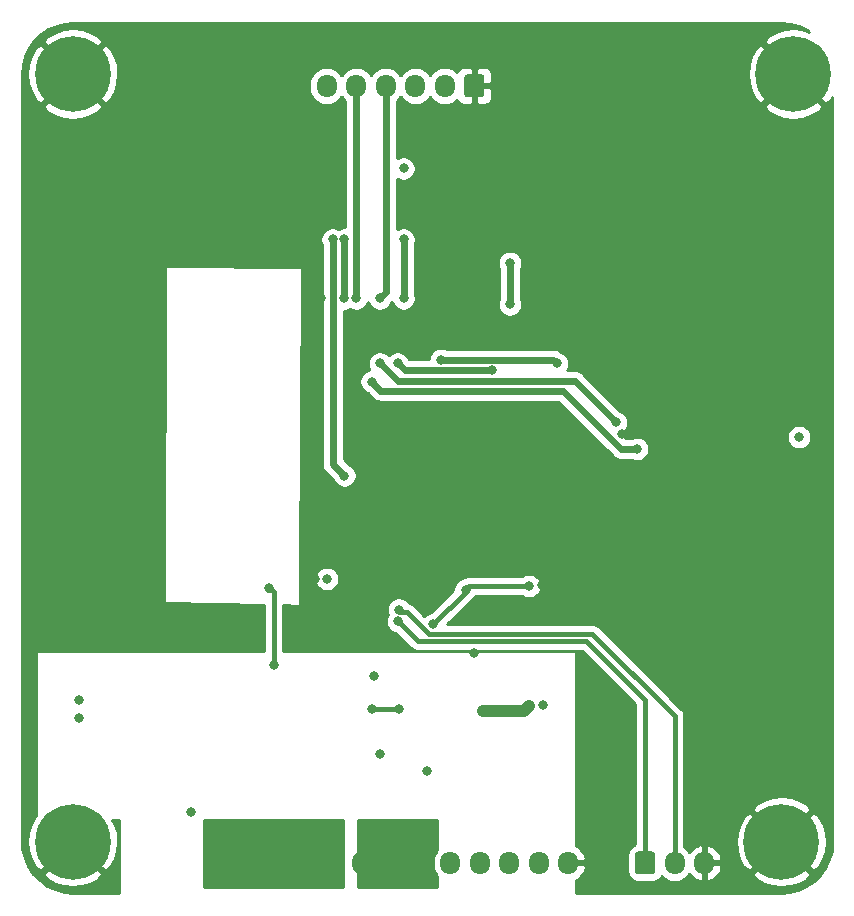
<source format=gbl>
%TF.GenerationSoftware,KiCad,Pcbnew,5.1.10*%
%TF.CreationDate,2021-07-08T07:49:19-06:00*%
%TF.ProjectId,miata-underglow,6d696174-612d-4756-9e64-6572676c6f77,rev?*%
%TF.SameCoordinates,Original*%
%TF.FileFunction,Copper,L4,Bot*%
%TF.FilePolarity,Positive*%
%FSLAX46Y46*%
G04 Gerber Fmt 4.6, Leading zero omitted, Abs format (unit mm)*
G04 Created by KiCad (PCBNEW 5.1.10) date 2021-07-08 07:49:19*
%MOMM*%
%LPD*%
G01*
G04 APERTURE LIST*
%TA.AperFunction,ComponentPad*%
%ADD10C,0.800000*%
%TD*%
%TA.AperFunction,ComponentPad*%
%ADD11C,6.400000*%
%TD*%
%TA.AperFunction,ComponentPad*%
%ADD12O,1.700000X1.950000*%
%TD*%
%TA.AperFunction,ViaPad*%
%ADD13C,0.800000*%
%TD*%
%TA.AperFunction,Conductor*%
%ADD14C,0.400000*%
%TD*%
%TA.AperFunction,Conductor*%
%ADD15C,1.000000*%
%TD*%
%TA.AperFunction,Conductor*%
%ADD16C,0.600000*%
%TD*%
%TA.AperFunction,Conductor*%
%ADD17C,0.254000*%
%TD*%
%TA.AperFunction,Conductor*%
%ADD18C,0.100000*%
%TD*%
G04 APERTURE END LIST*
D10*
X86697056Y-88302944D03*
X85000000Y-87600000D03*
X83302944Y-88302944D03*
X82600000Y-90000000D03*
X83302944Y-91697056D03*
X85000000Y-92400000D03*
X86697056Y-91697056D03*
X87400000Y-90000000D03*
D11*
X85000000Y-90000000D03*
D10*
X26697056Y-88302944D03*
X25000000Y-87600000D03*
X23302944Y-88302944D03*
X22600000Y-90000000D03*
X23302944Y-91697056D03*
X25000000Y-92400000D03*
X26697056Y-91697056D03*
X27400000Y-90000000D03*
D11*
X25000000Y-90000000D03*
D10*
X87697056Y-23302944D03*
X86000000Y-22600000D03*
X84302944Y-23302944D03*
X83600000Y-25000000D03*
X84302944Y-26697056D03*
X86000000Y-27400000D03*
X87697056Y-26697056D03*
X88400000Y-25000000D03*
D11*
X86000000Y-25000000D03*
D10*
X26697056Y-23302944D03*
X25000000Y-22600000D03*
X23302944Y-23302944D03*
X22600000Y-25000000D03*
X23302944Y-26697056D03*
X25000000Y-27400000D03*
X26697056Y-26697056D03*
X27400000Y-25000000D03*
D11*
X25000000Y-25000000D03*
%TA.AperFunction,ComponentPad*%
G36*
G01*
X59850000Y-25275000D02*
X59850000Y-26725000D01*
G75*
G02*
X59600000Y-26975000I-250000J0D01*
G01*
X58400000Y-26975000D01*
G75*
G02*
X58150000Y-26725000I0J250000D01*
G01*
X58150000Y-25275000D01*
G75*
G02*
X58400000Y-25025000I250000J0D01*
G01*
X59600000Y-25025000D01*
G75*
G02*
X59850000Y-25275000I0J-250000D01*
G01*
G37*
%TD.AperFunction*%
D12*
X56500000Y-26000000D03*
X54000000Y-26000000D03*
X51500000Y-26000000D03*
X49000000Y-26000000D03*
X46500000Y-26000000D03*
%TA.AperFunction,ComponentPad*%
G36*
G01*
X38600000Y-92525000D02*
X38600000Y-91075000D01*
G75*
G02*
X38850000Y-90825000I250000J0D01*
G01*
X40050000Y-90825000D01*
G75*
G02*
X40300000Y-91075000I0J-250000D01*
G01*
X40300000Y-92525000D01*
G75*
G02*
X40050000Y-92775000I-250000J0D01*
G01*
X38850000Y-92775000D01*
G75*
G02*
X38600000Y-92525000I0J250000D01*
G01*
G37*
%TD.AperFunction*%
X41950000Y-91800000D03*
X44450000Y-91800000D03*
X46950000Y-91800000D03*
X49450000Y-91800000D03*
X51950000Y-91800000D03*
X54450000Y-91800000D03*
X56950000Y-91800000D03*
X59450000Y-91800000D03*
X61950000Y-91800000D03*
X64450000Y-91800000D03*
X66950000Y-91800000D03*
%TA.AperFunction,ComponentPad*%
G36*
G01*
X72600000Y-92525000D02*
X72600000Y-91075000D01*
G75*
G02*
X72850000Y-90825000I250000J0D01*
G01*
X74050000Y-90825000D01*
G75*
G02*
X74300000Y-91075000I0J-250000D01*
G01*
X74300000Y-92525000D01*
G75*
G02*
X74050000Y-92775000I-250000J0D01*
G01*
X72850000Y-92775000D01*
G75*
G02*
X72600000Y-92525000I0J250000D01*
G01*
G37*
%TD.AperFunction*%
X75950000Y-91800000D03*
X78450000Y-91800000D03*
D13*
X50900000Y-68850000D03*
X54500000Y-69550000D03*
X64800000Y-78450000D03*
X45500000Y-67750000D03*
X50500000Y-76000000D03*
X46000000Y-44000000D03*
X59000000Y-74000000D03*
X64750000Y-68250000D03*
X35000000Y-87500000D03*
X55000000Y-84000000D03*
X71500000Y-55500000D03*
X81000000Y-48500000D03*
X85500000Y-48500000D03*
X85500000Y-62000000D03*
X81000000Y-61750000D03*
X86500000Y-57750000D03*
X52000000Y-90000000D03*
X54500000Y-90000000D03*
X25000000Y-30000000D03*
X30000000Y-30000000D03*
X35000000Y-30000000D03*
X40000000Y-30000000D03*
X40000000Y-35000000D03*
X35000000Y-35000000D03*
X30000000Y-35000000D03*
X25000000Y-35000000D03*
X25000000Y-40000000D03*
X30000000Y-40000000D03*
X35000000Y-40000000D03*
X40000000Y-40000000D03*
X30000000Y-45000000D03*
X25000000Y-45000000D03*
X25000000Y-50000000D03*
X30000000Y-50000000D03*
X30000000Y-55000000D03*
X25000000Y-55000000D03*
X30000000Y-60000000D03*
X25000000Y-60000000D03*
X25000000Y-65000000D03*
X30000000Y-65000000D03*
X30000000Y-69500000D03*
X25000000Y-69500000D03*
X30000000Y-25000000D03*
X35000000Y-25000000D03*
X40000000Y-25000000D03*
X65000000Y-25000000D03*
X65000000Y-30000000D03*
X65000000Y-35000000D03*
X65000000Y-40500000D03*
X70000000Y-45000000D03*
X70000000Y-40500000D03*
X70000000Y-35000000D03*
X70000000Y-30000000D03*
X70000000Y-25000000D03*
X75000000Y-25000000D03*
X75000000Y-30000000D03*
X75000000Y-35000000D03*
X75000000Y-40000000D03*
X75000000Y-45000000D03*
X80000000Y-45000000D03*
X80000000Y-40000000D03*
X80000000Y-35000000D03*
X80000000Y-30000000D03*
X85500000Y-30000000D03*
X85500000Y-35000000D03*
X85500000Y-40000000D03*
X85500000Y-45000000D03*
X85000000Y-65000000D03*
X80000000Y-65000000D03*
X75000000Y-65000000D03*
X75000000Y-70000000D03*
X80000000Y-70000000D03*
X85000000Y-70000000D03*
X85000000Y-75000000D03*
X85000000Y-80000000D03*
X80000000Y-80000000D03*
X85000000Y-85000000D03*
X80000000Y-75000000D03*
X75000000Y-75000000D03*
X42000000Y-90000000D03*
X44500000Y-90000000D03*
X47000000Y-90000000D03*
X55500000Y-71600000D03*
X58250000Y-68650000D03*
X63625000Y-68350000D03*
X53000000Y-33000000D03*
X46500000Y-67750000D03*
X51000000Y-82600002D03*
X25500000Y-78000000D03*
X25500000Y-79500000D03*
X86500000Y-55750000D03*
X63625000Y-78500000D03*
X59700000Y-78950000D03*
X53000000Y-44000000D03*
X53000000Y-39000000D03*
X48000000Y-44000000D03*
X48000000Y-39000000D03*
X56193186Y-49193186D03*
X66000000Y-49500000D03*
X41650000Y-68550000D03*
X71000000Y-54500000D03*
X51000000Y-49500000D03*
X42000000Y-75000000D03*
X50300000Y-51050000D03*
X72750000Y-56750000D03*
X52500000Y-49500000D03*
X60500000Y-50093186D03*
X51000000Y-44000000D03*
X49000000Y-44000000D03*
X52550000Y-71350000D03*
X52600000Y-70350000D03*
X50350000Y-78800000D03*
X52600000Y-78800000D03*
X47000000Y-39000000D03*
X48000000Y-59000000D03*
X62000000Y-41000000D03*
X62000000Y-44500000D03*
D14*
X53800000Y-68850000D02*
X54500000Y-69550000D01*
X50900000Y-68850000D02*
X53800000Y-68850000D01*
X58250000Y-68850000D02*
X58250000Y-68650000D01*
X55500000Y-71600000D02*
X58250000Y-68850000D01*
X58550000Y-68350000D02*
X58250000Y-68650000D01*
X63625000Y-68350000D02*
X58550000Y-68350000D01*
D15*
X63175000Y-78950000D02*
X63625000Y-78500000D01*
X59700000Y-78950000D02*
X63175000Y-78950000D01*
D16*
X53000000Y-44000000D02*
X53000000Y-39000000D01*
X48000000Y-44000000D02*
X48000000Y-39000000D01*
X65693186Y-49193186D02*
X66000000Y-49500000D01*
X56193186Y-49193186D02*
X65693186Y-49193186D01*
D14*
X41500000Y-68700000D02*
X41650000Y-68550000D01*
D16*
X71000000Y-54500000D02*
X67500000Y-51000000D01*
X52500000Y-51000000D02*
X51000000Y-49500000D01*
X67500000Y-51000000D02*
X52500000Y-51000000D01*
D14*
X42000000Y-68900000D02*
X41650000Y-68550000D01*
X42000000Y-75000000D02*
X42000000Y-68900000D01*
D16*
X50300000Y-51050000D02*
X51050010Y-51800010D01*
X71417998Y-56750000D02*
X72750000Y-56750000D01*
X66468008Y-51800010D02*
X71417998Y-56750000D01*
X51050010Y-51800010D02*
X66468008Y-51800010D01*
X53093186Y-50093186D02*
X60500000Y-50093186D01*
X52500000Y-49500000D02*
X53093186Y-50093186D01*
X51500000Y-43500000D02*
X51500000Y-26000000D01*
X51000000Y-44000000D02*
X51500000Y-43500000D01*
X49000000Y-44000000D02*
X49000000Y-26000000D01*
D14*
X73450000Y-78000000D02*
X73450000Y-91800000D01*
X54200011Y-73000011D02*
X68450011Y-73000011D01*
X68450011Y-73000011D02*
X73450000Y-78000000D01*
X52550000Y-71350000D02*
X54200011Y-73000011D01*
X55115999Y-72400001D02*
X68999999Y-72400001D01*
X53265997Y-70549999D02*
X55115999Y-72400001D01*
X52600000Y-70400000D02*
X52749999Y-70549999D01*
X52749999Y-70549999D02*
X53265997Y-70549999D01*
X52600000Y-70350000D02*
X52600000Y-70400000D01*
X75950000Y-91800000D02*
X75950000Y-79350002D01*
X75950000Y-79350002D02*
X75824999Y-79225001D01*
X68999999Y-72400001D02*
X75824999Y-79225001D01*
X50350000Y-78800000D02*
X52600000Y-78800000D01*
D16*
X47000000Y-58000000D02*
X48000000Y-59000000D01*
X47000000Y-39000000D02*
X47000000Y-58000000D01*
X62000000Y-41000000D02*
X62000000Y-44500000D01*
D17*
X47873000Y-93873000D02*
X36127000Y-93873000D01*
X36127000Y-88127000D01*
X47873000Y-88127000D01*
X47873000Y-93873000D01*
%TA.AperFunction,Conductor*%
D18*
G36*
X47873000Y-93873000D02*
G01*
X36127000Y-93873000D01*
X36127000Y-88127000D01*
X47873000Y-88127000D01*
X47873000Y-93873000D01*
G37*
%TD.AperFunction*%
D17*
X55873000Y-90646510D02*
X55709294Y-90845987D01*
X55571401Y-91103967D01*
X55486487Y-91383890D01*
X55465000Y-91602051D01*
X55465000Y-91997950D01*
X55486487Y-92216111D01*
X55571401Y-92496034D01*
X55709294Y-92754014D01*
X55873000Y-92953490D01*
X55873000Y-93873000D01*
X49127000Y-93873000D01*
X49127000Y-88127000D01*
X55873000Y-88127000D01*
X55873000Y-90646510D01*
%TA.AperFunction,Conductor*%
D18*
G36*
X55873000Y-90646510D02*
G01*
X55709294Y-90845987D01*
X55571401Y-91103967D01*
X55486487Y-91383890D01*
X55465000Y-91602051D01*
X55465000Y-91997950D01*
X55486487Y-92216111D01*
X55571401Y-92496034D01*
X55709294Y-92754014D01*
X55873000Y-92953490D01*
X55873000Y-93873000D01*
X49127000Y-93873000D01*
X49127000Y-88127000D01*
X55873000Y-88127000D01*
X55873000Y-90646510D01*
G37*
%TD.AperFunction*%
D17*
X85763637Y-20755875D02*
X86503140Y-20958180D01*
X87195128Y-21288242D01*
X87359745Y-21406531D01*
X86775615Y-21225306D01*
X86024305Y-21146520D01*
X85272062Y-21215822D01*
X84547792Y-21430548D01*
X83879330Y-21782445D01*
X83838912Y-21809452D01*
X83478724Y-22299119D01*
X86000000Y-24820395D01*
X86014143Y-24806253D01*
X86193748Y-24985858D01*
X86179605Y-25000000D01*
X88700881Y-27521276D01*
X89190548Y-27161088D01*
X89315000Y-26931745D01*
X89315001Y-89969484D01*
X89244125Y-90763637D01*
X89041820Y-91503140D01*
X88711758Y-92195128D01*
X88264371Y-92817733D01*
X87713808Y-93351266D01*
X87077456Y-93778876D01*
X86375437Y-94087042D01*
X85624681Y-94267282D01*
X84974888Y-94315000D01*
X67627000Y-94315000D01*
X67627000Y-93240964D01*
X67821193Y-93127496D01*
X68039049Y-92934429D01*
X68215053Y-92702570D01*
X68342442Y-92440830D01*
X68416320Y-92159267D01*
X68276165Y-91927000D01*
X67627000Y-91927000D01*
X67627000Y-91673000D01*
X68276165Y-91673000D01*
X68416320Y-91440733D01*
X68342442Y-91159170D01*
X68215053Y-90897430D01*
X68039049Y-90665571D01*
X67821193Y-90472504D01*
X67627000Y-90359036D01*
X67627000Y-74000000D01*
X67624560Y-73975224D01*
X67617333Y-73951399D01*
X67605597Y-73929443D01*
X67589803Y-73910197D01*
X67570557Y-73894403D01*
X67548601Y-73882667D01*
X67524776Y-73875440D01*
X67500000Y-73873000D01*
X42835000Y-73873000D01*
X42835000Y-71248061D01*
X51515000Y-71248061D01*
X51515000Y-71451939D01*
X51554774Y-71651898D01*
X51632795Y-71840256D01*
X51746063Y-72009774D01*
X51890226Y-72153937D01*
X52059744Y-72267205D01*
X52248102Y-72345226D01*
X52393225Y-72374093D01*
X53580574Y-73561443D01*
X53606720Y-73593302D01*
X53638579Y-73619448D01*
X53638581Y-73619450D01*
X53733865Y-73697647D01*
X53878924Y-73775183D01*
X54036322Y-73822929D01*
X54200011Y-73839051D01*
X54241029Y-73835011D01*
X68104144Y-73835011D01*
X72615000Y-78345868D01*
X72615001Y-90222722D01*
X72510150Y-90254528D01*
X72356614Y-90336595D01*
X72222038Y-90447038D01*
X72111595Y-90581614D01*
X72029528Y-90735150D01*
X71978992Y-90901746D01*
X71961928Y-91075000D01*
X71961928Y-92525000D01*
X71978992Y-92698254D01*
X72029528Y-92864850D01*
X72111595Y-93018386D01*
X72222038Y-93152962D01*
X72356614Y-93263405D01*
X72510150Y-93345472D01*
X72676746Y-93396008D01*
X72850000Y-93413072D01*
X74050000Y-93413072D01*
X74223254Y-93396008D01*
X74389850Y-93345472D01*
X74543386Y-93263405D01*
X74677962Y-93152962D01*
X74788405Y-93018386D01*
X74842777Y-92916663D01*
X74894866Y-92980134D01*
X75120987Y-93165706D01*
X75378967Y-93303599D01*
X75658890Y-93388513D01*
X75950000Y-93417185D01*
X76241111Y-93388513D01*
X76521034Y-93303599D01*
X76779014Y-93165706D01*
X77005134Y-92980134D01*
X77190706Y-92754014D01*
X77204462Y-92728278D01*
X77360951Y-92934429D01*
X77578807Y-93127496D01*
X77830142Y-93274352D01*
X78093110Y-93366476D01*
X78323000Y-93245155D01*
X78323000Y-91927000D01*
X78577000Y-91927000D01*
X78577000Y-93245155D01*
X78806890Y-93366476D01*
X79069858Y-93274352D01*
X79321193Y-93127496D01*
X79539049Y-92934429D01*
X79715053Y-92702570D01*
X79715875Y-92700881D01*
X82478724Y-92700881D01*
X82838912Y-93190548D01*
X83502882Y-93550849D01*
X84224385Y-93774694D01*
X84975695Y-93853480D01*
X85727938Y-93784178D01*
X86452208Y-93569452D01*
X87120670Y-93217555D01*
X87161088Y-93190548D01*
X87521276Y-92700881D01*
X85000000Y-90179605D01*
X82478724Y-92700881D01*
X79715875Y-92700881D01*
X79842442Y-92440830D01*
X79916320Y-92159267D01*
X79776165Y-91927000D01*
X78577000Y-91927000D01*
X78323000Y-91927000D01*
X78303000Y-91927000D01*
X78303000Y-91673000D01*
X78323000Y-91673000D01*
X78323000Y-90354845D01*
X78577000Y-90354845D01*
X78577000Y-91673000D01*
X79776165Y-91673000D01*
X79916320Y-91440733D01*
X79842442Y-91159170D01*
X79715053Y-90897430D01*
X79539049Y-90665571D01*
X79321193Y-90472504D01*
X79069858Y-90325648D01*
X78806890Y-90233524D01*
X78577000Y-90354845D01*
X78323000Y-90354845D01*
X78093110Y-90233524D01*
X77830142Y-90325648D01*
X77578807Y-90472504D01*
X77360951Y-90665571D01*
X77204462Y-90871722D01*
X77190706Y-90845986D01*
X77005134Y-90619866D01*
X76785000Y-90439207D01*
X76785000Y-89975695D01*
X81146520Y-89975695D01*
X81215822Y-90727938D01*
X81430548Y-91452208D01*
X81782445Y-92120670D01*
X81809452Y-92161088D01*
X82299119Y-92521276D01*
X84820395Y-90000000D01*
X85179605Y-90000000D01*
X87700881Y-92521276D01*
X88190548Y-92161088D01*
X88550849Y-91497118D01*
X88774694Y-90775615D01*
X88853480Y-90024305D01*
X88784178Y-89272062D01*
X88569452Y-88547792D01*
X88217555Y-87879330D01*
X88190548Y-87838912D01*
X87700881Y-87478724D01*
X85179605Y-90000000D01*
X84820395Y-90000000D01*
X82299119Y-87478724D01*
X81809452Y-87838912D01*
X81449151Y-88502882D01*
X81225306Y-89224385D01*
X81146520Y-89975695D01*
X76785000Y-89975695D01*
X76785000Y-87299119D01*
X82478724Y-87299119D01*
X85000000Y-89820395D01*
X87521276Y-87299119D01*
X87161088Y-86809452D01*
X86497118Y-86449151D01*
X85775615Y-86225306D01*
X85024305Y-86146520D01*
X84272062Y-86215822D01*
X83547792Y-86430548D01*
X82879330Y-86782445D01*
X82838912Y-86809452D01*
X82478724Y-87299119D01*
X76785000Y-87299119D01*
X76785000Y-79391020D01*
X76789040Y-79350001D01*
X76772918Y-79186314D01*
X76772918Y-79186313D01*
X76725172Y-79028915D01*
X76647636Y-78883856D01*
X76543291Y-78756711D01*
X76511421Y-78730556D01*
X76444447Y-78663582D01*
X76444438Y-78663571D01*
X69619445Y-71838580D01*
X69593290Y-71806710D01*
X69466145Y-71702365D01*
X69321086Y-71624829D01*
X69163688Y-71577083D01*
X69041018Y-71565001D01*
X69041017Y-71565001D01*
X68999999Y-71560961D01*
X68958981Y-71565001D01*
X56715866Y-71565001D01*
X58694859Y-69586009D01*
X58740256Y-69567205D01*
X58909774Y-69453937D01*
X59053937Y-69309774D01*
X59137308Y-69185000D01*
X63011715Y-69185000D01*
X63134744Y-69267205D01*
X63323102Y-69345226D01*
X63523061Y-69385000D01*
X63726939Y-69385000D01*
X63926898Y-69345226D01*
X64115256Y-69267205D01*
X64284774Y-69153937D01*
X64428937Y-69009774D01*
X64542205Y-68840256D01*
X64620226Y-68651898D01*
X64660000Y-68451939D01*
X64660000Y-68248061D01*
X64620226Y-68048102D01*
X64542205Y-67859744D01*
X64428937Y-67690226D01*
X64284774Y-67546063D01*
X64115256Y-67432795D01*
X63926898Y-67354774D01*
X63726939Y-67315000D01*
X63523061Y-67315000D01*
X63323102Y-67354774D01*
X63134744Y-67432795D01*
X63011715Y-67515000D01*
X58591018Y-67515000D01*
X58549999Y-67510960D01*
X58508981Y-67515000D01*
X58386311Y-67527082D01*
X58228913Y-67574828D01*
X58153757Y-67615000D01*
X58148061Y-67615000D01*
X57948102Y-67654774D01*
X57759744Y-67732795D01*
X57590226Y-67846063D01*
X57446063Y-67990226D01*
X57332795Y-68159744D01*
X57254774Y-68348102D01*
X57215000Y-68548061D01*
X57215000Y-68704132D01*
X55343225Y-70575907D01*
X55198102Y-70604774D01*
X55009744Y-70682795D01*
X54840226Y-70796063D01*
X54766577Y-70869712D01*
X53885443Y-69988578D01*
X53859288Y-69956708D01*
X53732143Y-69852363D01*
X53587084Y-69774827D01*
X53429686Y-69727081D01*
X53428484Y-69726963D01*
X53403937Y-69690226D01*
X53259774Y-69546063D01*
X53090256Y-69432795D01*
X52901898Y-69354774D01*
X52701939Y-69315000D01*
X52498061Y-69315000D01*
X52298102Y-69354774D01*
X52109744Y-69432795D01*
X51940226Y-69546063D01*
X51796063Y-69690226D01*
X51682795Y-69859744D01*
X51604774Y-70048102D01*
X51565000Y-70248061D01*
X51565000Y-70451939D01*
X51604774Y-70651898D01*
X51668644Y-70806092D01*
X51632795Y-70859744D01*
X51554774Y-71048102D01*
X51515000Y-71248061D01*
X42835000Y-71248061D01*
X42835000Y-69979009D01*
X44100382Y-70007129D01*
X44127322Y-70004849D01*
X44151184Y-69997748D01*
X44173203Y-69986128D01*
X44192531Y-69970436D01*
X44208427Y-69951274D01*
X44220278Y-69929380D01*
X44227631Y-69905594D01*
X44230202Y-69880831D01*
X44241994Y-67648061D01*
X45465000Y-67648061D01*
X45465000Y-67851939D01*
X45504774Y-68051898D01*
X45582795Y-68240256D01*
X45696063Y-68409774D01*
X45840226Y-68553937D01*
X46009744Y-68667205D01*
X46198102Y-68745226D01*
X46398061Y-68785000D01*
X46601939Y-68785000D01*
X46801898Y-68745226D01*
X46990256Y-68667205D01*
X47159774Y-68553937D01*
X47303937Y-68409774D01*
X47417205Y-68240256D01*
X47495226Y-68051898D01*
X47535000Y-67851939D01*
X47535000Y-67648061D01*
X47495226Y-67448102D01*
X47417205Y-67259744D01*
X47303937Y-67090226D01*
X47159774Y-66946063D01*
X46990256Y-66832795D01*
X46801898Y-66754774D01*
X46601939Y-66715000D01*
X46398061Y-66715000D01*
X46198102Y-66754774D01*
X46009744Y-66832795D01*
X45840226Y-66946063D01*
X45696063Y-67090226D01*
X45582795Y-67259744D01*
X45504774Y-67448102D01*
X45465000Y-67648061D01*
X44241994Y-67648061D01*
X44380202Y-41480831D01*
X44377979Y-41456492D01*
X44370964Y-41432604D01*
X44359424Y-41410544D01*
X44343801Y-41391159D01*
X44324697Y-41375195D01*
X44302846Y-41363264D01*
X44279087Y-41355825D01*
X44254333Y-41353165D01*
X33071574Y-41253763D01*
X33008874Y-41159713D01*
X32993165Y-41140516D01*
X32973947Y-41124688D01*
X32952011Y-41112913D01*
X32928200Y-41105644D01*
X32903428Y-41103160D01*
X32878647Y-41105557D01*
X32854810Y-41112742D01*
X32832833Y-41124439D01*
X32813560Y-41140199D01*
X32797732Y-41159417D01*
X32785957Y-41181353D01*
X32778688Y-41205164D01*
X32776204Y-41229936D01*
X32726204Y-69629936D01*
X32728125Y-69652163D01*
X32734821Y-69676142D01*
X32746066Y-69698354D01*
X32761428Y-69717945D01*
X32780318Y-69734163D01*
X32802008Y-69746384D01*
X32825666Y-69754139D01*
X32850382Y-69757129D01*
X41165001Y-69941898D01*
X41165000Y-73873000D01*
X22000000Y-73873000D01*
X21975224Y-73875440D01*
X21951399Y-73882667D01*
X21929443Y-73894403D01*
X21910197Y-73910197D01*
X21894403Y-73929443D01*
X21882667Y-73951399D01*
X21875440Y-73975224D01*
X21873000Y-74000000D01*
X21873000Y-87792168D01*
X21809452Y-87838912D01*
X21449151Y-88502882D01*
X21225306Y-89224385D01*
X21146520Y-89975695D01*
X21215822Y-90727938D01*
X21430548Y-91452208D01*
X21782445Y-92120670D01*
X21809452Y-92161088D01*
X22299119Y-92521276D01*
X24820395Y-90000000D01*
X24806253Y-89985858D01*
X24985858Y-89806253D01*
X25000000Y-89820395D01*
X25014143Y-89806253D01*
X25193748Y-89985858D01*
X25179605Y-90000000D01*
X27700881Y-92521276D01*
X28190548Y-92161088D01*
X28550849Y-91497118D01*
X28774694Y-90775615D01*
X28853480Y-90024305D01*
X28784178Y-89272062D01*
X28569452Y-88547792D01*
X28347935Y-88127000D01*
X28873000Y-88127000D01*
X28873000Y-94315000D01*
X25030505Y-94315000D01*
X24236363Y-94244125D01*
X23496860Y-94041820D01*
X22804872Y-93711758D01*
X22182267Y-93264371D01*
X21648734Y-92713808D01*
X21640048Y-92700881D01*
X22478724Y-92700881D01*
X22838912Y-93190548D01*
X23502882Y-93550849D01*
X24224385Y-93774694D01*
X24975695Y-93853480D01*
X25727938Y-93784178D01*
X26452208Y-93569452D01*
X27120670Y-93217555D01*
X27161088Y-93190548D01*
X27521276Y-92700881D01*
X25000000Y-90179605D01*
X22478724Y-92700881D01*
X21640048Y-92700881D01*
X21221124Y-92077456D01*
X20912958Y-91375437D01*
X20732718Y-90624681D01*
X20685000Y-89974888D01*
X20685000Y-27700881D01*
X22478724Y-27700881D01*
X22838912Y-28190548D01*
X23502882Y-28550849D01*
X24224385Y-28774694D01*
X24975695Y-28853480D01*
X25727938Y-28784178D01*
X26452208Y-28569452D01*
X27120670Y-28217555D01*
X27161088Y-28190548D01*
X27521276Y-27700881D01*
X25000000Y-25179605D01*
X22478724Y-27700881D01*
X20685000Y-27700881D01*
X20685000Y-25030506D01*
X20689891Y-24975695D01*
X21146520Y-24975695D01*
X21215822Y-25727938D01*
X21430548Y-26452208D01*
X21782445Y-27120670D01*
X21809452Y-27161088D01*
X22299119Y-27521276D01*
X24820395Y-25000000D01*
X25179605Y-25000000D01*
X27700881Y-27521276D01*
X28190548Y-27161088D01*
X28550849Y-26497118D01*
X28766492Y-25802050D01*
X45015000Y-25802050D01*
X45015000Y-26197949D01*
X45036487Y-26416110D01*
X45121401Y-26696033D01*
X45259294Y-26954013D01*
X45444866Y-27180134D01*
X45670986Y-27365706D01*
X45928966Y-27503599D01*
X46208889Y-27588513D01*
X46500000Y-27617185D01*
X46791110Y-27588513D01*
X47071033Y-27503599D01*
X47329013Y-27365706D01*
X47555134Y-27180134D01*
X47740706Y-26954014D01*
X47750000Y-26936626D01*
X47759294Y-26954013D01*
X47944866Y-27180134D01*
X48065001Y-27278726D01*
X48065000Y-37965000D01*
X47898061Y-37965000D01*
X47698102Y-38004774D01*
X47509744Y-38082795D01*
X47500000Y-38089306D01*
X47490256Y-38082795D01*
X47301898Y-38004774D01*
X47101939Y-37965000D01*
X46898061Y-37965000D01*
X46698102Y-38004774D01*
X46509744Y-38082795D01*
X46340226Y-38196063D01*
X46196063Y-38340226D01*
X46082795Y-38509744D01*
X46004774Y-38698102D01*
X45965000Y-38898061D01*
X45965000Y-39101939D01*
X46004774Y-39301898D01*
X46065000Y-39447295D01*
X46065001Y-57954058D01*
X46060476Y-58000000D01*
X46078529Y-58183291D01*
X46126135Y-58340226D01*
X46131994Y-58359540D01*
X46218815Y-58521972D01*
X46335657Y-58664344D01*
X46371336Y-58693625D01*
X47022569Y-59344858D01*
X47082795Y-59490256D01*
X47196063Y-59659774D01*
X47340226Y-59803937D01*
X47509744Y-59917205D01*
X47698102Y-59995226D01*
X47898061Y-60035000D01*
X48101939Y-60035000D01*
X48301898Y-59995226D01*
X48490256Y-59917205D01*
X48659774Y-59803937D01*
X48803937Y-59659774D01*
X48917205Y-59490256D01*
X48995226Y-59301898D01*
X49035000Y-59101939D01*
X49035000Y-58898061D01*
X48995226Y-58698102D01*
X48917205Y-58509744D01*
X48803937Y-58340226D01*
X48659774Y-58196063D01*
X48490256Y-58082795D01*
X48344858Y-58022569D01*
X47935000Y-57612711D01*
X47935000Y-50948061D01*
X49265000Y-50948061D01*
X49265000Y-51151939D01*
X49304774Y-51351898D01*
X49382795Y-51540256D01*
X49496063Y-51709774D01*
X49640226Y-51853937D01*
X49809744Y-51967205D01*
X49955142Y-52027431D01*
X50356384Y-52428674D01*
X50385666Y-52464354D01*
X50528038Y-52581196D01*
X50690470Y-52668017D01*
X50813253Y-52705263D01*
X50866717Y-52721481D01*
X51050009Y-52739534D01*
X51095941Y-52735010D01*
X66080719Y-52735010D01*
X70724373Y-57378664D01*
X70753654Y-57414344D01*
X70896026Y-57531186D01*
X71058458Y-57618007D01*
X71220643Y-57667205D01*
X71234706Y-57671471D01*
X71417998Y-57689524D01*
X71463930Y-57685000D01*
X72302705Y-57685000D01*
X72448102Y-57745226D01*
X72648061Y-57785000D01*
X72851939Y-57785000D01*
X73051898Y-57745226D01*
X73240256Y-57667205D01*
X73409774Y-57553937D01*
X73553937Y-57409774D01*
X73667205Y-57240256D01*
X73745226Y-57051898D01*
X73785000Y-56851939D01*
X73785000Y-56648061D01*
X73745226Y-56448102D01*
X73667205Y-56259744D01*
X73553937Y-56090226D01*
X73409774Y-55946063D01*
X73240256Y-55832795D01*
X73051898Y-55754774D01*
X72851939Y-55715000D01*
X72648061Y-55715000D01*
X72448102Y-55754774D01*
X72302705Y-55815000D01*
X71805288Y-55815000D01*
X71638349Y-55648061D01*
X85465000Y-55648061D01*
X85465000Y-55851939D01*
X85504774Y-56051898D01*
X85582795Y-56240256D01*
X85696063Y-56409774D01*
X85840226Y-56553937D01*
X86009744Y-56667205D01*
X86198102Y-56745226D01*
X86398061Y-56785000D01*
X86601939Y-56785000D01*
X86801898Y-56745226D01*
X86990256Y-56667205D01*
X87159774Y-56553937D01*
X87303937Y-56409774D01*
X87417205Y-56240256D01*
X87495226Y-56051898D01*
X87535000Y-55851939D01*
X87535000Y-55648061D01*
X87495226Y-55448102D01*
X87417205Y-55259744D01*
X87303937Y-55090226D01*
X87159774Y-54946063D01*
X86990256Y-54832795D01*
X86801898Y-54754774D01*
X86601939Y-54715000D01*
X86398061Y-54715000D01*
X86198102Y-54754774D01*
X86009744Y-54832795D01*
X85840226Y-54946063D01*
X85696063Y-55090226D01*
X85582795Y-55259744D01*
X85504774Y-55448102D01*
X85465000Y-55648061D01*
X71638349Y-55648061D01*
X71431734Y-55441446D01*
X71490256Y-55417205D01*
X71659774Y-55303937D01*
X71803937Y-55159774D01*
X71917205Y-54990256D01*
X71995226Y-54801898D01*
X72035000Y-54601939D01*
X72035000Y-54398061D01*
X71995226Y-54198102D01*
X71917205Y-54009744D01*
X71803937Y-53840226D01*
X71659774Y-53696063D01*
X71490256Y-53582795D01*
X71344859Y-53522569D01*
X68193630Y-50371341D01*
X68164344Y-50335656D01*
X68021972Y-50218814D01*
X67859540Y-50131993D01*
X67683292Y-50078529D01*
X67545932Y-50065000D01*
X67500000Y-50060476D01*
X67454068Y-50065000D01*
X66867263Y-50065000D01*
X66917205Y-49990256D01*
X66995226Y-49801898D01*
X67035000Y-49601939D01*
X67035000Y-49398061D01*
X66995226Y-49198102D01*
X66917205Y-49009744D01*
X66803937Y-48840226D01*
X66659774Y-48696063D01*
X66490256Y-48582795D01*
X66355010Y-48526774D01*
X66215158Y-48412000D01*
X66052726Y-48325179D01*
X65876478Y-48271715D01*
X65739118Y-48258186D01*
X65693186Y-48253662D01*
X65647254Y-48258186D01*
X56640481Y-48258186D01*
X56495084Y-48197960D01*
X56295125Y-48158186D01*
X56091247Y-48158186D01*
X55891288Y-48197960D01*
X55702930Y-48275981D01*
X55533412Y-48389249D01*
X55389249Y-48533412D01*
X55275981Y-48702930D01*
X55197960Y-48891288D01*
X55158186Y-49091247D01*
X55158186Y-49158186D01*
X53480474Y-49158186D01*
X53477432Y-49155143D01*
X53417205Y-49009744D01*
X53303937Y-48840226D01*
X53159774Y-48696063D01*
X52990256Y-48582795D01*
X52801898Y-48504774D01*
X52601939Y-48465000D01*
X52398061Y-48465000D01*
X52198102Y-48504774D01*
X52009744Y-48582795D01*
X51840226Y-48696063D01*
X51750000Y-48786289D01*
X51659774Y-48696063D01*
X51490256Y-48582795D01*
X51301898Y-48504774D01*
X51101939Y-48465000D01*
X50898061Y-48465000D01*
X50698102Y-48504774D01*
X50509744Y-48582795D01*
X50340226Y-48696063D01*
X50196063Y-48840226D01*
X50082795Y-49009744D01*
X50004774Y-49198102D01*
X49965000Y-49398061D01*
X49965000Y-49601939D01*
X50004774Y-49801898D01*
X50082795Y-49990256D01*
X50110911Y-50032335D01*
X49998102Y-50054774D01*
X49809744Y-50132795D01*
X49640226Y-50246063D01*
X49496063Y-50390226D01*
X49382795Y-50559744D01*
X49304774Y-50748102D01*
X49265000Y-50948061D01*
X47935000Y-50948061D01*
X47935000Y-45035000D01*
X48101939Y-45035000D01*
X48301898Y-44995226D01*
X48490256Y-44917205D01*
X48500000Y-44910694D01*
X48509744Y-44917205D01*
X48698102Y-44995226D01*
X48898061Y-45035000D01*
X49101939Y-45035000D01*
X49301898Y-44995226D01*
X49490256Y-44917205D01*
X49659774Y-44803937D01*
X49803937Y-44659774D01*
X49917205Y-44490256D01*
X49995226Y-44301898D01*
X50000000Y-44277897D01*
X50004774Y-44301898D01*
X50082795Y-44490256D01*
X50196063Y-44659774D01*
X50340226Y-44803937D01*
X50509744Y-44917205D01*
X50698102Y-44995226D01*
X50898061Y-45035000D01*
X51101939Y-45035000D01*
X51301898Y-44995226D01*
X51490256Y-44917205D01*
X51659774Y-44803937D01*
X51803937Y-44659774D01*
X51917205Y-44490256D01*
X51977432Y-44344857D01*
X52009348Y-44312940D01*
X52082795Y-44490256D01*
X52196063Y-44659774D01*
X52340226Y-44803937D01*
X52509744Y-44917205D01*
X52698102Y-44995226D01*
X52898061Y-45035000D01*
X53101939Y-45035000D01*
X53301898Y-44995226D01*
X53490256Y-44917205D01*
X53659774Y-44803937D01*
X53803937Y-44659774D01*
X53917205Y-44490256D01*
X53995226Y-44301898D01*
X54035000Y-44101939D01*
X54035000Y-43898061D01*
X53995226Y-43698102D01*
X53935000Y-43552705D01*
X53935000Y-40898061D01*
X60965000Y-40898061D01*
X60965000Y-41101939D01*
X61004774Y-41301898D01*
X61065000Y-41447296D01*
X61065001Y-44052703D01*
X61004774Y-44198102D01*
X60965000Y-44398061D01*
X60965000Y-44601939D01*
X61004774Y-44801898D01*
X61082795Y-44990256D01*
X61196063Y-45159774D01*
X61340226Y-45303937D01*
X61509744Y-45417205D01*
X61698102Y-45495226D01*
X61898061Y-45535000D01*
X62101939Y-45535000D01*
X62301898Y-45495226D01*
X62490256Y-45417205D01*
X62659774Y-45303937D01*
X62803937Y-45159774D01*
X62917205Y-44990256D01*
X62995226Y-44801898D01*
X63035000Y-44601939D01*
X63035000Y-44398061D01*
X62995226Y-44198102D01*
X62935000Y-44052705D01*
X62935000Y-41447295D01*
X62995226Y-41301898D01*
X63035000Y-41101939D01*
X63035000Y-40898061D01*
X62995226Y-40698102D01*
X62917205Y-40509744D01*
X62803937Y-40340226D01*
X62659774Y-40196063D01*
X62490256Y-40082795D01*
X62301898Y-40004774D01*
X62101939Y-39965000D01*
X61898061Y-39965000D01*
X61698102Y-40004774D01*
X61509744Y-40082795D01*
X61340226Y-40196063D01*
X61196063Y-40340226D01*
X61082795Y-40509744D01*
X61004774Y-40698102D01*
X60965000Y-40898061D01*
X53935000Y-40898061D01*
X53935000Y-39447295D01*
X53995226Y-39301898D01*
X54035000Y-39101939D01*
X54035000Y-38898061D01*
X53995226Y-38698102D01*
X53917205Y-38509744D01*
X53803937Y-38340226D01*
X53659774Y-38196063D01*
X53490256Y-38082795D01*
X53301898Y-38004774D01*
X53101939Y-37965000D01*
X52898061Y-37965000D01*
X52698102Y-38004774D01*
X52509744Y-38082795D01*
X52435000Y-38132737D01*
X52435000Y-33867263D01*
X52509744Y-33917205D01*
X52698102Y-33995226D01*
X52898061Y-34035000D01*
X53101939Y-34035000D01*
X53301898Y-33995226D01*
X53490256Y-33917205D01*
X53659774Y-33803937D01*
X53803937Y-33659774D01*
X53917205Y-33490256D01*
X53995226Y-33301898D01*
X54035000Y-33101939D01*
X54035000Y-32898061D01*
X53995226Y-32698102D01*
X53917205Y-32509744D01*
X53803937Y-32340226D01*
X53659774Y-32196063D01*
X53490256Y-32082795D01*
X53301898Y-32004774D01*
X53101939Y-31965000D01*
X52898061Y-31965000D01*
X52698102Y-32004774D01*
X52509744Y-32082795D01*
X52435000Y-32132737D01*
X52435000Y-27700881D01*
X83478724Y-27700881D01*
X83838912Y-28190548D01*
X84502882Y-28550849D01*
X85224385Y-28774694D01*
X85975695Y-28853480D01*
X86727938Y-28784178D01*
X87452208Y-28569452D01*
X88120670Y-28217555D01*
X88161088Y-28190548D01*
X88521276Y-27700881D01*
X86000000Y-25179605D01*
X83478724Y-27700881D01*
X52435000Y-27700881D01*
X52435000Y-27278725D01*
X52555134Y-27180134D01*
X52740706Y-26954014D01*
X52750000Y-26936626D01*
X52759294Y-26954013D01*
X52944866Y-27180134D01*
X53170986Y-27365706D01*
X53428966Y-27503599D01*
X53708889Y-27588513D01*
X54000000Y-27617185D01*
X54291110Y-27588513D01*
X54571033Y-27503599D01*
X54829013Y-27365706D01*
X55055134Y-27180134D01*
X55240706Y-26954014D01*
X55250000Y-26936626D01*
X55259294Y-26954013D01*
X55444866Y-27180134D01*
X55670986Y-27365706D01*
X55928966Y-27503599D01*
X56208889Y-27588513D01*
X56500000Y-27617185D01*
X56791110Y-27588513D01*
X57071033Y-27503599D01*
X57329013Y-27365706D01*
X57549945Y-27184392D01*
X57560498Y-27219180D01*
X57619463Y-27329494D01*
X57698815Y-27426185D01*
X57795506Y-27505537D01*
X57905820Y-27564502D01*
X58025518Y-27600812D01*
X58150000Y-27613072D01*
X58714250Y-27610000D01*
X58873000Y-27451250D01*
X58873000Y-26127000D01*
X59127000Y-26127000D01*
X59127000Y-27451250D01*
X59285750Y-27610000D01*
X59850000Y-27613072D01*
X59974482Y-27600812D01*
X60094180Y-27564502D01*
X60204494Y-27505537D01*
X60301185Y-27426185D01*
X60380537Y-27329494D01*
X60439502Y-27219180D01*
X60475812Y-27099482D01*
X60488072Y-26975000D01*
X60485000Y-26285750D01*
X60326250Y-26127000D01*
X59127000Y-26127000D01*
X58873000Y-26127000D01*
X58853000Y-26127000D01*
X58853000Y-25873000D01*
X58873000Y-25873000D01*
X58873000Y-24548750D01*
X59127000Y-24548750D01*
X59127000Y-25873000D01*
X60326250Y-25873000D01*
X60485000Y-25714250D01*
X60488072Y-25025000D01*
X60483217Y-24975695D01*
X82146520Y-24975695D01*
X82215822Y-25727938D01*
X82430548Y-26452208D01*
X82782445Y-27120670D01*
X82809452Y-27161088D01*
X83299119Y-27521276D01*
X85820395Y-25000000D01*
X83299119Y-22478724D01*
X82809452Y-22838912D01*
X82449151Y-23502882D01*
X82225306Y-24224385D01*
X82146520Y-24975695D01*
X60483217Y-24975695D01*
X60475812Y-24900518D01*
X60439502Y-24780820D01*
X60380537Y-24670506D01*
X60301185Y-24573815D01*
X60204494Y-24494463D01*
X60094180Y-24435498D01*
X59974482Y-24399188D01*
X59850000Y-24386928D01*
X59285750Y-24390000D01*
X59127000Y-24548750D01*
X58873000Y-24548750D01*
X58714250Y-24390000D01*
X58150000Y-24386928D01*
X58025518Y-24399188D01*
X57905820Y-24435498D01*
X57795506Y-24494463D01*
X57698815Y-24573815D01*
X57619463Y-24670506D01*
X57560498Y-24780820D01*
X57549945Y-24815608D01*
X57329014Y-24634294D01*
X57071034Y-24496401D01*
X56791111Y-24411487D01*
X56500000Y-24382815D01*
X56208890Y-24411487D01*
X55928967Y-24496401D01*
X55670987Y-24634294D01*
X55444866Y-24819866D01*
X55259294Y-25045986D01*
X55250000Y-25063374D01*
X55240706Y-25045986D01*
X55055134Y-24819866D01*
X54829014Y-24634294D01*
X54571034Y-24496401D01*
X54291111Y-24411487D01*
X54000000Y-24382815D01*
X53708890Y-24411487D01*
X53428967Y-24496401D01*
X53170987Y-24634294D01*
X52944866Y-24819866D01*
X52759294Y-25045986D01*
X52750000Y-25063374D01*
X52740706Y-25045986D01*
X52555134Y-24819866D01*
X52329014Y-24634294D01*
X52071034Y-24496401D01*
X51791111Y-24411487D01*
X51500000Y-24382815D01*
X51208890Y-24411487D01*
X50928967Y-24496401D01*
X50670987Y-24634294D01*
X50444866Y-24819866D01*
X50259294Y-25045986D01*
X50250000Y-25063374D01*
X50240706Y-25045986D01*
X50055134Y-24819866D01*
X49829014Y-24634294D01*
X49571034Y-24496401D01*
X49291111Y-24411487D01*
X49000000Y-24382815D01*
X48708890Y-24411487D01*
X48428967Y-24496401D01*
X48170987Y-24634294D01*
X47944866Y-24819866D01*
X47759294Y-25045986D01*
X47750000Y-25063374D01*
X47740706Y-25045986D01*
X47555134Y-24819866D01*
X47329014Y-24634294D01*
X47071034Y-24496401D01*
X46791111Y-24411487D01*
X46500000Y-24382815D01*
X46208890Y-24411487D01*
X45928967Y-24496401D01*
X45670987Y-24634294D01*
X45444866Y-24819866D01*
X45259294Y-25045986D01*
X45121401Y-25303966D01*
X45036487Y-25583889D01*
X45015000Y-25802050D01*
X28766492Y-25802050D01*
X28774694Y-25775615D01*
X28853480Y-25024305D01*
X28784178Y-24272062D01*
X28569452Y-23547792D01*
X28217555Y-22879330D01*
X28190548Y-22838912D01*
X27700881Y-22478724D01*
X25179605Y-25000000D01*
X24820395Y-25000000D01*
X22299119Y-22478724D01*
X21809452Y-22838912D01*
X21449151Y-23502882D01*
X21225306Y-24224385D01*
X21146520Y-24975695D01*
X20689891Y-24975695D01*
X20755875Y-24236363D01*
X20958180Y-23496860D01*
X21288242Y-22804872D01*
X21651662Y-22299119D01*
X22478724Y-22299119D01*
X25000000Y-24820395D01*
X27521276Y-22299119D01*
X27161088Y-21809452D01*
X26497118Y-21449151D01*
X25775615Y-21225306D01*
X25024305Y-21146520D01*
X24272062Y-21215822D01*
X23547792Y-21430548D01*
X22879330Y-21782445D01*
X22838912Y-21809452D01*
X22478724Y-22299119D01*
X21651662Y-22299119D01*
X21735629Y-22182267D01*
X22286195Y-21648732D01*
X22922544Y-21221124D01*
X23624561Y-20912959D01*
X24375320Y-20732717D01*
X25025112Y-20685000D01*
X84969494Y-20685000D01*
X85763637Y-20755875D01*
%TA.AperFunction,Conductor*%
D18*
G36*
X85763637Y-20755875D02*
G01*
X86503140Y-20958180D01*
X87195128Y-21288242D01*
X87359745Y-21406531D01*
X86775615Y-21225306D01*
X86024305Y-21146520D01*
X85272062Y-21215822D01*
X84547792Y-21430548D01*
X83879330Y-21782445D01*
X83838912Y-21809452D01*
X83478724Y-22299119D01*
X86000000Y-24820395D01*
X86014143Y-24806253D01*
X86193748Y-24985858D01*
X86179605Y-25000000D01*
X88700881Y-27521276D01*
X89190548Y-27161088D01*
X89315000Y-26931745D01*
X89315001Y-89969484D01*
X89244125Y-90763637D01*
X89041820Y-91503140D01*
X88711758Y-92195128D01*
X88264371Y-92817733D01*
X87713808Y-93351266D01*
X87077456Y-93778876D01*
X86375437Y-94087042D01*
X85624681Y-94267282D01*
X84974888Y-94315000D01*
X67627000Y-94315000D01*
X67627000Y-93240964D01*
X67821193Y-93127496D01*
X68039049Y-92934429D01*
X68215053Y-92702570D01*
X68342442Y-92440830D01*
X68416320Y-92159267D01*
X68276165Y-91927000D01*
X67627000Y-91927000D01*
X67627000Y-91673000D01*
X68276165Y-91673000D01*
X68416320Y-91440733D01*
X68342442Y-91159170D01*
X68215053Y-90897430D01*
X68039049Y-90665571D01*
X67821193Y-90472504D01*
X67627000Y-90359036D01*
X67627000Y-74000000D01*
X67624560Y-73975224D01*
X67617333Y-73951399D01*
X67605597Y-73929443D01*
X67589803Y-73910197D01*
X67570557Y-73894403D01*
X67548601Y-73882667D01*
X67524776Y-73875440D01*
X67500000Y-73873000D01*
X42835000Y-73873000D01*
X42835000Y-71248061D01*
X51515000Y-71248061D01*
X51515000Y-71451939D01*
X51554774Y-71651898D01*
X51632795Y-71840256D01*
X51746063Y-72009774D01*
X51890226Y-72153937D01*
X52059744Y-72267205D01*
X52248102Y-72345226D01*
X52393225Y-72374093D01*
X53580574Y-73561443D01*
X53606720Y-73593302D01*
X53638579Y-73619448D01*
X53638581Y-73619450D01*
X53733865Y-73697647D01*
X53878924Y-73775183D01*
X54036322Y-73822929D01*
X54200011Y-73839051D01*
X54241029Y-73835011D01*
X68104144Y-73835011D01*
X72615000Y-78345868D01*
X72615001Y-90222722D01*
X72510150Y-90254528D01*
X72356614Y-90336595D01*
X72222038Y-90447038D01*
X72111595Y-90581614D01*
X72029528Y-90735150D01*
X71978992Y-90901746D01*
X71961928Y-91075000D01*
X71961928Y-92525000D01*
X71978992Y-92698254D01*
X72029528Y-92864850D01*
X72111595Y-93018386D01*
X72222038Y-93152962D01*
X72356614Y-93263405D01*
X72510150Y-93345472D01*
X72676746Y-93396008D01*
X72850000Y-93413072D01*
X74050000Y-93413072D01*
X74223254Y-93396008D01*
X74389850Y-93345472D01*
X74543386Y-93263405D01*
X74677962Y-93152962D01*
X74788405Y-93018386D01*
X74842777Y-92916663D01*
X74894866Y-92980134D01*
X75120987Y-93165706D01*
X75378967Y-93303599D01*
X75658890Y-93388513D01*
X75950000Y-93417185D01*
X76241111Y-93388513D01*
X76521034Y-93303599D01*
X76779014Y-93165706D01*
X77005134Y-92980134D01*
X77190706Y-92754014D01*
X77204462Y-92728278D01*
X77360951Y-92934429D01*
X77578807Y-93127496D01*
X77830142Y-93274352D01*
X78093110Y-93366476D01*
X78323000Y-93245155D01*
X78323000Y-91927000D01*
X78577000Y-91927000D01*
X78577000Y-93245155D01*
X78806890Y-93366476D01*
X79069858Y-93274352D01*
X79321193Y-93127496D01*
X79539049Y-92934429D01*
X79715053Y-92702570D01*
X79715875Y-92700881D01*
X82478724Y-92700881D01*
X82838912Y-93190548D01*
X83502882Y-93550849D01*
X84224385Y-93774694D01*
X84975695Y-93853480D01*
X85727938Y-93784178D01*
X86452208Y-93569452D01*
X87120670Y-93217555D01*
X87161088Y-93190548D01*
X87521276Y-92700881D01*
X85000000Y-90179605D01*
X82478724Y-92700881D01*
X79715875Y-92700881D01*
X79842442Y-92440830D01*
X79916320Y-92159267D01*
X79776165Y-91927000D01*
X78577000Y-91927000D01*
X78323000Y-91927000D01*
X78303000Y-91927000D01*
X78303000Y-91673000D01*
X78323000Y-91673000D01*
X78323000Y-90354845D01*
X78577000Y-90354845D01*
X78577000Y-91673000D01*
X79776165Y-91673000D01*
X79916320Y-91440733D01*
X79842442Y-91159170D01*
X79715053Y-90897430D01*
X79539049Y-90665571D01*
X79321193Y-90472504D01*
X79069858Y-90325648D01*
X78806890Y-90233524D01*
X78577000Y-90354845D01*
X78323000Y-90354845D01*
X78093110Y-90233524D01*
X77830142Y-90325648D01*
X77578807Y-90472504D01*
X77360951Y-90665571D01*
X77204462Y-90871722D01*
X77190706Y-90845986D01*
X77005134Y-90619866D01*
X76785000Y-90439207D01*
X76785000Y-89975695D01*
X81146520Y-89975695D01*
X81215822Y-90727938D01*
X81430548Y-91452208D01*
X81782445Y-92120670D01*
X81809452Y-92161088D01*
X82299119Y-92521276D01*
X84820395Y-90000000D01*
X85179605Y-90000000D01*
X87700881Y-92521276D01*
X88190548Y-92161088D01*
X88550849Y-91497118D01*
X88774694Y-90775615D01*
X88853480Y-90024305D01*
X88784178Y-89272062D01*
X88569452Y-88547792D01*
X88217555Y-87879330D01*
X88190548Y-87838912D01*
X87700881Y-87478724D01*
X85179605Y-90000000D01*
X84820395Y-90000000D01*
X82299119Y-87478724D01*
X81809452Y-87838912D01*
X81449151Y-88502882D01*
X81225306Y-89224385D01*
X81146520Y-89975695D01*
X76785000Y-89975695D01*
X76785000Y-87299119D01*
X82478724Y-87299119D01*
X85000000Y-89820395D01*
X87521276Y-87299119D01*
X87161088Y-86809452D01*
X86497118Y-86449151D01*
X85775615Y-86225306D01*
X85024305Y-86146520D01*
X84272062Y-86215822D01*
X83547792Y-86430548D01*
X82879330Y-86782445D01*
X82838912Y-86809452D01*
X82478724Y-87299119D01*
X76785000Y-87299119D01*
X76785000Y-79391020D01*
X76789040Y-79350001D01*
X76772918Y-79186314D01*
X76772918Y-79186313D01*
X76725172Y-79028915D01*
X76647636Y-78883856D01*
X76543291Y-78756711D01*
X76511421Y-78730556D01*
X76444447Y-78663582D01*
X76444438Y-78663571D01*
X69619445Y-71838580D01*
X69593290Y-71806710D01*
X69466145Y-71702365D01*
X69321086Y-71624829D01*
X69163688Y-71577083D01*
X69041018Y-71565001D01*
X69041017Y-71565001D01*
X68999999Y-71560961D01*
X68958981Y-71565001D01*
X56715866Y-71565001D01*
X58694859Y-69586009D01*
X58740256Y-69567205D01*
X58909774Y-69453937D01*
X59053937Y-69309774D01*
X59137308Y-69185000D01*
X63011715Y-69185000D01*
X63134744Y-69267205D01*
X63323102Y-69345226D01*
X63523061Y-69385000D01*
X63726939Y-69385000D01*
X63926898Y-69345226D01*
X64115256Y-69267205D01*
X64284774Y-69153937D01*
X64428937Y-69009774D01*
X64542205Y-68840256D01*
X64620226Y-68651898D01*
X64660000Y-68451939D01*
X64660000Y-68248061D01*
X64620226Y-68048102D01*
X64542205Y-67859744D01*
X64428937Y-67690226D01*
X64284774Y-67546063D01*
X64115256Y-67432795D01*
X63926898Y-67354774D01*
X63726939Y-67315000D01*
X63523061Y-67315000D01*
X63323102Y-67354774D01*
X63134744Y-67432795D01*
X63011715Y-67515000D01*
X58591018Y-67515000D01*
X58549999Y-67510960D01*
X58508981Y-67515000D01*
X58386311Y-67527082D01*
X58228913Y-67574828D01*
X58153757Y-67615000D01*
X58148061Y-67615000D01*
X57948102Y-67654774D01*
X57759744Y-67732795D01*
X57590226Y-67846063D01*
X57446063Y-67990226D01*
X57332795Y-68159744D01*
X57254774Y-68348102D01*
X57215000Y-68548061D01*
X57215000Y-68704132D01*
X55343225Y-70575907D01*
X55198102Y-70604774D01*
X55009744Y-70682795D01*
X54840226Y-70796063D01*
X54766577Y-70869712D01*
X53885443Y-69988578D01*
X53859288Y-69956708D01*
X53732143Y-69852363D01*
X53587084Y-69774827D01*
X53429686Y-69727081D01*
X53428484Y-69726963D01*
X53403937Y-69690226D01*
X53259774Y-69546063D01*
X53090256Y-69432795D01*
X52901898Y-69354774D01*
X52701939Y-69315000D01*
X52498061Y-69315000D01*
X52298102Y-69354774D01*
X52109744Y-69432795D01*
X51940226Y-69546063D01*
X51796063Y-69690226D01*
X51682795Y-69859744D01*
X51604774Y-70048102D01*
X51565000Y-70248061D01*
X51565000Y-70451939D01*
X51604774Y-70651898D01*
X51668644Y-70806092D01*
X51632795Y-70859744D01*
X51554774Y-71048102D01*
X51515000Y-71248061D01*
X42835000Y-71248061D01*
X42835000Y-69979009D01*
X44100382Y-70007129D01*
X44127322Y-70004849D01*
X44151184Y-69997748D01*
X44173203Y-69986128D01*
X44192531Y-69970436D01*
X44208427Y-69951274D01*
X44220278Y-69929380D01*
X44227631Y-69905594D01*
X44230202Y-69880831D01*
X44241994Y-67648061D01*
X45465000Y-67648061D01*
X45465000Y-67851939D01*
X45504774Y-68051898D01*
X45582795Y-68240256D01*
X45696063Y-68409774D01*
X45840226Y-68553937D01*
X46009744Y-68667205D01*
X46198102Y-68745226D01*
X46398061Y-68785000D01*
X46601939Y-68785000D01*
X46801898Y-68745226D01*
X46990256Y-68667205D01*
X47159774Y-68553937D01*
X47303937Y-68409774D01*
X47417205Y-68240256D01*
X47495226Y-68051898D01*
X47535000Y-67851939D01*
X47535000Y-67648061D01*
X47495226Y-67448102D01*
X47417205Y-67259744D01*
X47303937Y-67090226D01*
X47159774Y-66946063D01*
X46990256Y-66832795D01*
X46801898Y-66754774D01*
X46601939Y-66715000D01*
X46398061Y-66715000D01*
X46198102Y-66754774D01*
X46009744Y-66832795D01*
X45840226Y-66946063D01*
X45696063Y-67090226D01*
X45582795Y-67259744D01*
X45504774Y-67448102D01*
X45465000Y-67648061D01*
X44241994Y-67648061D01*
X44380202Y-41480831D01*
X44377979Y-41456492D01*
X44370964Y-41432604D01*
X44359424Y-41410544D01*
X44343801Y-41391159D01*
X44324697Y-41375195D01*
X44302846Y-41363264D01*
X44279087Y-41355825D01*
X44254333Y-41353165D01*
X33071574Y-41253763D01*
X33008874Y-41159713D01*
X32993165Y-41140516D01*
X32973947Y-41124688D01*
X32952011Y-41112913D01*
X32928200Y-41105644D01*
X32903428Y-41103160D01*
X32878647Y-41105557D01*
X32854810Y-41112742D01*
X32832833Y-41124439D01*
X32813560Y-41140199D01*
X32797732Y-41159417D01*
X32785957Y-41181353D01*
X32778688Y-41205164D01*
X32776204Y-41229936D01*
X32726204Y-69629936D01*
X32728125Y-69652163D01*
X32734821Y-69676142D01*
X32746066Y-69698354D01*
X32761428Y-69717945D01*
X32780318Y-69734163D01*
X32802008Y-69746384D01*
X32825666Y-69754139D01*
X32850382Y-69757129D01*
X41165001Y-69941898D01*
X41165000Y-73873000D01*
X22000000Y-73873000D01*
X21975224Y-73875440D01*
X21951399Y-73882667D01*
X21929443Y-73894403D01*
X21910197Y-73910197D01*
X21894403Y-73929443D01*
X21882667Y-73951399D01*
X21875440Y-73975224D01*
X21873000Y-74000000D01*
X21873000Y-87792168D01*
X21809452Y-87838912D01*
X21449151Y-88502882D01*
X21225306Y-89224385D01*
X21146520Y-89975695D01*
X21215822Y-90727938D01*
X21430548Y-91452208D01*
X21782445Y-92120670D01*
X21809452Y-92161088D01*
X22299119Y-92521276D01*
X24820395Y-90000000D01*
X24806253Y-89985858D01*
X24985858Y-89806253D01*
X25000000Y-89820395D01*
X25014143Y-89806253D01*
X25193748Y-89985858D01*
X25179605Y-90000000D01*
X27700881Y-92521276D01*
X28190548Y-92161088D01*
X28550849Y-91497118D01*
X28774694Y-90775615D01*
X28853480Y-90024305D01*
X28784178Y-89272062D01*
X28569452Y-88547792D01*
X28347935Y-88127000D01*
X28873000Y-88127000D01*
X28873000Y-94315000D01*
X25030505Y-94315000D01*
X24236363Y-94244125D01*
X23496860Y-94041820D01*
X22804872Y-93711758D01*
X22182267Y-93264371D01*
X21648734Y-92713808D01*
X21640048Y-92700881D01*
X22478724Y-92700881D01*
X22838912Y-93190548D01*
X23502882Y-93550849D01*
X24224385Y-93774694D01*
X24975695Y-93853480D01*
X25727938Y-93784178D01*
X26452208Y-93569452D01*
X27120670Y-93217555D01*
X27161088Y-93190548D01*
X27521276Y-92700881D01*
X25000000Y-90179605D01*
X22478724Y-92700881D01*
X21640048Y-92700881D01*
X21221124Y-92077456D01*
X20912958Y-91375437D01*
X20732718Y-90624681D01*
X20685000Y-89974888D01*
X20685000Y-27700881D01*
X22478724Y-27700881D01*
X22838912Y-28190548D01*
X23502882Y-28550849D01*
X24224385Y-28774694D01*
X24975695Y-28853480D01*
X25727938Y-28784178D01*
X26452208Y-28569452D01*
X27120670Y-28217555D01*
X27161088Y-28190548D01*
X27521276Y-27700881D01*
X25000000Y-25179605D01*
X22478724Y-27700881D01*
X20685000Y-27700881D01*
X20685000Y-25030506D01*
X20689891Y-24975695D01*
X21146520Y-24975695D01*
X21215822Y-25727938D01*
X21430548Y-26452208D01*
X21782445Y-27120670D01*
X21809452Y-27161088D01*
X22299119Y-27521276D01*
X24820395Y-25000000D01*
X25179605Y-25000000D01*
X27700881Y-27521276D01*
X28190548Y-27161088D01*
X28550849Y-26497118D01*
X28766492Y-25802050D01*
X45015000Y-25802050D01*
X45015000Y-26197949D01*
X45036487Y-26416110D01*
X45121401Y-26696033D01*
X45259294Y-26954013D01*
X45444866Y-27180134D01*
X45670986Y-27365706D01*
X45928966Y-27503599D01*
X46208889Y-27588513D01*
X46500000Y-27617185D01*
X46791110Y-27588513D01*
X47071033Y-27503599D01*
X47329013Y-27365706D01*
X47555134Y-27180134D01*
X47740706Y-26954014D01*
X47750000Y-26936626D01*
X47759294Y-26954013D01*
X47944866Y-27180134D01*
X48065001Y-27278726D01*
X48065000Y-37965000D01*
X47898061Y-37965000D01*
X47698102Y-38004774D01*
X47509744Y-38082795D01*
X47500000Y-38089306D01*
X47490256Y-38082795D01*
X47301898Y-38004774D01*
X47101939Y-37965000D01*
X46898061Y-37965000D01*
X46698102Y-38004774D01*
X46509744Y-38082795D01*
X46340226Y-38196063D01*
X46196063Y-38340226D01*
X46082795Y-38509744D01*
X46004774Y-38698102D01*
X45965000Y-38898061D01*
X45965000Y-39101939D01*
X46004774Y-39301898D01*
X46065000Y-39447295D01*
X46065001Y-57954058D01*
X46060476Y-58000000D01*
X46078529Y-58183291D01*
X46126135Y-58340226D01*
X46131994Y-58359540D01*
X46218815Y-58521972D01*
X46335657Y-58664344D01*
X46371336Y-58693625D01*
X47022569Y-59344858D01*
X47082795Y-59490256D01*
X47196063Y-59659774D01*
X47340226Y-59803937D01*
X47509744Y-59917205D01*
X47698102Y-59995226D01*
X47898061Y-60035000D01*
X48101939Y-60035000D01*
X48301898Y-59995226D01*
X48490256Y-59917205D01*
X48659774Y-59803937D01*
X48803937Y-59659774D01*
X48917205Y-59490256D01*
X48995226Y-59301898D01*
X49035000Y-59101939D01*
X49035000Y-58898061D01*
X48995226Y-58698102D01*
X48917205Y-58509744D01*
X48803937Y-58340226D01*
X48659774Y-58196063D01*
X48490256Y-58082795D01*
X48344858Y-58022569D01*
X47935000Y-57612711D01*
X47935000Y-50948061D01*
X49265000Y-50948061D01*
X49265000Y-51151939D01*
X49304774Y-51351898D01*
X49382795Y-51540256D01*
X49496063Y-51709774D01*
X49640226Y-51853937D01*
X49809744Y-51967205D01*
X49955142Y-52027431D01*
X50356384Y-52428674D01*
X50385666Y-52464354D01*
X50528038Y-52581196D01*
X50690470Y-52668017D01*
X50813253Y-52705263D01*
X50866717Y-52721481D01*
X51050009Y-52739534D01*
X51095941Y-52735010D01*
X66080719Y-52735010D01*
X70724373Y-57378664D01*
X70753654Y-57414344D01*
X70896026Y-57531186D01*
X71058458Y-57618007D01*
X71220643Y-57667205D01*
X71234706Y-57671471D01*
X71417998Y-57689524D01*
X71463930Y-57685000D01*
X72302705Y-57685000D01*
X72448102Y-57745226D01*
X72648061Y-57785000D01*
X72851939Y-57785000D01*
X73051898Y-57745226D01*
X73240256Y-57667205D01*
X73409774Y-57553937D01*
X73553937Y-57409774D01*
X73667205Y-57240256D01*
X73745226Y-57051898D01*
X73785000Y-56851939D01*
X73785000Y-56648061D01*
X73745226Y-56448102D01*
X73667205Y-56259744D01*
X73553937Y-56090226D01*
X73409774Y-55946063D01*
X73240256Y-55832795D01*
X73051898Y-55754774D01*
X72851939Y-55715000D01*
X72648061Y-55715000D01*
X72448102Y-55754774D01*
X72302705Y-55815000D01*
X71805288Y-55815000D01*
X71638349Y-55648061D01*
X85465000Y-55648061D01*
X85465000Y-55851939D01*
X85504774Y-56051898D01*
X85582795Y-56240256D01*
X85696063Y-56409774D01*
X85840226Y-56553937D01*
X86009744Y-56667205D01*
X86198102Y-56745226D01*
X86398061Y-56785000D01*
X86601939Y-56785000D01*
X86801898Y-56745226D01*
X86990256Y-56667205D01*
X87159774Y-56553937D01*
X87303937Y-56409774D01*
X87417205Y-56240256D01*
X87495226Y-56051898D01*
X87535000Y-55851939D01*
X87535000Y-55648061D01*
X87495226Y-55448102D01*
X87417205Y-55259744D01*
X87303937Y-55090226D01*
X87159774Y-54946063D01*
X86990256Y-54832795D01*
X86801898Y-54754774D01*
X86601939Y-54715000D01*
X86398061Y-54715000D01*
X86198102Y-54754774D01*
X86009744Y-54832795D01*
X85840226Y-54946063D01*
X85696063Y-55090226D01*
X85582795Y-55259744D01*
X85504774Y-55448102D01*
X85465000Y-55648061D01*
X71638349Y-55648061D01*
X71431734Y-55441446D01*
X71490256Y-55417205D01*
X71659774Y-55303937D01*
X71803937Y-55159774D01*
X71917205Y-54990256D01*
X71995226Y-54801898D01*
X72035000Y-54601939D01*
X72035000Y-54398061D01*
X71995226Y-54198102D01*
X71917205Y-54009744D01*
X71803937Y-53840226D01*
X71659774Y-53696063D01*
X71490256Y-53582795D01*
X71344859Y-53522569D01*
X68193630Y-50371341D01*
X68164344Y-50335656D01*
X68021972Y-50218814D01*
X67859540Y-50131993D01*
X67683292Y-50078529D01*
X67545932Y-50065000D01*
X67500000Y-50060476D01*
X67454068Y-50065000D01*
X66867263Y-50065000D01*
X66917205Y-49990256D01*
X66995226Y-49801898D01*
X67035000Y-49601939D01*
X67035000Y-49398061D01*
X66995226Y-49198102D01*
X66917205Y-49009744D01*
X66803937Y-48840226D01*
X66659774Y-48696063D01*
X66490256Y-48582795D01*
X66355010Y-48526774D01*
X66215158Y-48412000D01*
X66052726Y-48325179D01*
X65876478Y-48271715D01*
X65739118Y-48258186D01*
X65693186Y-48253662D01*
X65647254Y-48258186D01*
X56640481Y-48258186D01*
X56495084Y-48197960D01*
X56295125Y-48158186D01*
X56091247Y-48158186D01*
X55891288Y-48197960D01*
X55702930Y-48275981D01*
X55533412Y-48389249D01*
X55389249Y-48533412D01*
X55275981Y-48702930D01*
X55197960Y-48891288D01*
X55158186Y-49091247D01*
X55158186Y-49158186D01*
X53480474Y-49158186D01*
X53477432Y-49155143D01*
X53417205Y-49009744D01*
X53303937Y-48840226D01*
X53159774Y-48696063D01*
X52990256Y-48582795D01*
X52801898Y-48504774D01*
X52601939Y-48465000D01*
X52398061Y-48465000D01*
X52198102Y-48504774D01*
X52009744Y-48582795D01*
X51840226Y-48696063D01*
X51750000Y-48786289D01*
X51659774Y-48696063D01*
X51490256Y-48582795D01*
X51301898Y-48504774D01*
X51101939Y-48465000D01*
X50898061Y-48465000D01*
X50698102Y-48504774D01*
X50509744Y-48582795D01*
X50340226Y-48696063D01*
X50196063Y-48840226D01*
X50082795Y-49009744D01*
X50004774Y-49198102D01*
X49965000Y-49398061D01*
X49965000Y-49601939D01*
X50004774Y-49801898D01*
X50082795Y-49990256D01*
X50110911Y-50032335D01*
X49998102Y-50054774D01*
X49809744Y-50132795D01*
X49640226Y-50246063D01*
X49496063Y-50390226D01*
X49382795Y-50559744D01*
X49304774Y-50748102D01*
X49265000Y-50948061D01*
X47935000Y-50948061D01*
X47935000Y-45035000D01*
X48101939Y-45035000D01*
X48301898Y-44995226D01*
X48490256Y-44917205D01*
X48500000Y-44910694D01*
X48509744Y-44917205D01*
X48698102Y-44995226D01*
X48898061Y-45035000D01*
X49101939Y-45035000D01*
X49301898Y-44995226D01*
X49490256Y-44917205D01*
X49659774Y-44803937D01*
X49803937Y-44659774D01*
X49917205Y-44490256D01*
X49995226Y-44301898D01*
X50000000Y-44277897D01*
X50004774Y-44301898D01*
X50082795Y-44490256D01*
X50196063Y-44659774D01*
X50340226Y-44803937D01*
X50509744Y-44917205D01*
X50698102Y-44995226D01*
X50898061Y-45035000D01*
X51101939Y-45035000D01*
X51301898Y-44995226D01*
X51490256Y-44917205D01*
X51659774Y-44803937D01*
X51803937Y-44659774D01*
X51917205Y-44490256D01*
X51977432Y-44344857D01*
X52009348Y-44312940D01*
X52082795Y-44490256D01*
X52196063Y-44659774D01*
X52340226Y-44803937D01*
X52509744Y-44917205D01*
X52698102Y-44995226D01*
X52898061Y-45035000D01*
X53101939Y-45035000D01*
X53301898Y-44995226D01*
X53490256Y-44917205D01*
X53659774Y-44803937D01*
X53803937Y-44659774D01*
X53917205Y-44490256D01*
X53995226Y-44301898D01*
X54035000Y-44101939D01*
X54035000Y-43898061D01*
X53995226Y-43698102D01*
X53935000Y-43552705D01*
X53935000Y-40898061D01*
X60965000Y-40898061D01*
X60965000Y-41101939D01*
X61004774Y-41301898D01*
X61065000Y-41447296D01*
X61065001Y-44052703D01*
X61004774Y-44198102D01*
X60965000Y-44398061D01*
X60965000Y-44601939D01*
X61004774Y-44801898D01*
X61082795Y-44990256D01*
X61196063Y-45159774D01*
X61340226Y-45303937D01*
X61509744Y-45417205D01*
X61698102Y-45495226D01*
X61898061Y-45535000D01*
X62101939Y-45535000D01*
X62301898Y-45495226D01*
X62490256Y-45417205D01*
X62659774Y-45303937D01*
X62803937Y-45159774D01*
X62917205Y-44990256D01*
X62995226Y-44801898D01*
X63035000Y-44601939D01*
X63035000Y-44398061D01*
X62995226Y-44198102D01*
X62935000Y-44052705D01*
X62935000Y-41447295D01*
X62995226Y-41301898D01*
X63035000Y-41101939D01*
X63035000Y-40898061D01*
X62995226Y-40698102D01*
X62917205Y-40509744D01*
X62803937Y-40340226D01*
X62659774Y-40196063D01*
X62490256Y-40082795D01*
X62301898Y-40004774D01*
X62101939Y-39965000D01*
X61898061Y-39965000D01*
X61698102Y-40004774D01*
X61509744Y-40082795D01*
X61340226Y-40196063D01*
X61196063Y-40340226D01*
X61082795Y-40509744D01*
X61004774Y-40698102D01*
X60965000Y-40898061D01*
X53935000Y-40898061D01*
X53935000Y-39447295D01*
X53995226Y-39301898D01*
X54035000Y-39101939D01*
X54035000Y-38898061D01*
X53995226Y-38698102D01*
X53917205Y-38509744D01*
X53803937Y-38340226D01*
X53659774Y-38196063D01*
X53490256Y-38082795D01*
X53301898Y-38004774D01*
X53101939Y-37965000D01*
X52898061Y-37965000D01*
X52698102Y-38004774D01*
X52509744Y-38082795D01*
X52435000Y-38132737D01*
X52435000Y-33867263D01*
X52509744Y-33917205D01*
X52698102Y-33995226D01*
X52898061Y-34035000D01*
X53101939Y-34035000D01*
X53301898Y-33995226D01*
X53490256Y-33917205D01*
X53659774Y-33803937D01*
X53803937Y-33659774D01*
X53917205Y-33490256D01*
X53995226Y-33301898D01*
X54035000Y-33101939D01*
X54035000Y-32898061D01*
X53995226Y-32698102D01*
X53917205Y-32509744D01*
X53803937Y-32340226D01*
X53659774Y-32196063D01*
X53490256Y-32082795D01*
X53301898Y-32004774D01*
X53101939Y-31965000D01*
X52898061Y-31965000D01*
X52698102Y-32004774D01*
X52509744Y-32082795D01*
X52435000Y-32132737D01*
X52435000Y-27700881D01*
X83478724Y-27700881D01*
X83838912Y-28190548D01*
X84502882Y-28550849D01*
X85224385Y-28774694D01*
X85975695Y-28853480D01*
X86727938Y-28784178D01*
X87452208Y-28569452D01*
X88120670Y-28217555D01*
X88161088Y-28190548D01*
X88521276Y-27700881D01*
X86000000Y-25179605D01*
X83478724Y-27700881D01*
X52435000Y-27700881D01*
X52435000Y-27278725D01*
X52555134Y-27180134D01*
X52740706Y-26954014D01*
X52750000Y-26936626D01*
X52759294Y-26954013D01*
X52944866Y-27180134D01*
X53170986Y-27365706D01*
X53428966Y-27503599D01*
X53708889Y-27588513D01*
X54000000Y-27617185D01*
X54291110Y-27588513D01*
X54571033Y-27503599D01*
X54829013Y-27365706D01*
X55055134Y-27180134D01*
X55240706Y-26954014D01*
X55250000Y-26936626D01*
X55259294Y-26954013D01*
X55444866Y-27180134D01*
X55670986Y-27365706D01*
X55928966Y-27503599D01*
X56208889Y-27588513D01*
X56500000Y-27617185D01*
X56791110Y-27588513D01*
X57071033Y-27503599D01*
X57329013Y-27365706D01*
X57549945Y-27184392D01*
X57560498Y-27219180D01*
X57619463Y-27329494D01*
X57698815Y-27426185D01*
X57795506Y-27505537D01*
X57905820Y-27564502D01*
X58025518Y-27600812D01*
X58150000Y-27613072D01*
X58714250Y-27610000D01*
X58873000Y-27451250D01*
X58873000Y-26127000D01*
X59127000Y-26127000D01*
X59127000Y-27451250D01*
X59285750Y-27610000D01*
X59850000Y-27613072D01*
X59974482Y-27600812D01*
X60094180Y-27564502D01*
X60204494Y-27505537D01*
X60301185Y-27426185D01*
X60380537Y-27329494D01*
X60439502Y-27219180D01*
X60475812Y-27099482D01*
X60488072Y-26975000D01*
X60485000Y-26285750D01*
X60326250Y-26127000D01*
X59127000Y-26127000D01*
X58873000Y-26127000D01*
X58853000Y-26127000D01*
X58853000Y-25873000D01*
X58873000Y-25873000D01*
X58873000Y-24548750D01*
X59127000Y-24548750D01*
X59127000Y-25873000D01*
X60326250Y-25873000D01*
X60485000Y-25714250D01*
X60488072Y-25025000D01*
X60483217Y-24975695D01*
X82146520Y-24975695D01*
X82215822Y-25727938D01*
X82430548Y-26452208D01*
X82782445Y-27120670D01*
X82809452Y-27161088D01*
X83299119Y-27521276D01*
X85820395Y-25000000D01*
X83299119Y-22478724D01*
X82809452Y-22838912D01*
X82449151Y-23502882D01*
X82225306Y-24224385D01*
X82146520Y-24975695D01*
X60483217Y-24975695D01*
X60475812Y-24900518D01*
X60439502Y-24780820D01*
X60380537Y-24670506D01*
X60301185Y-24573815D01*
X60204494Y-24494463D01*
X60094180Y-24435498D01*
X59974482Y-24399188D01*
X59850000Y-24386928D01*
X59285750Y-24390000D01*
X59127000Y-24548750D01*
X58873000Y-24548750D01*
X58714250Y-24390000D01*
X58150000Y-24386928D01*
X58025518Y-24399188D01*
X57905820Y-24435498D01*
X57795506Y-24494463D01*
X57698815Y-24573815D01*
X57619463Y-24670506D01*
X57560498Y-24780820D01*
X57549945Y-24815608D01*
X57329014Y-24634294D01*
X57071034Y-24496401D01*
X56791111Y-24411487D01*
X56500000Y-24382815D01*
X56208890Y-24411487D01*
X55928967Y-24496401D01*
X55670987Y-24634294D01*
X55444866Y-24819866D01*
X55259294Y-25045986D01*
X55250000Y-25063374D01*
X55240706Y-25045986D01*
X55055134Y-24819866D01*
X54829014Y-24634294D01*
X54571034Y-24496401D01*
X54291111Y-24411487D01*
X54000000Y-24382815D01*
X53708890Y-24411487D01*
X53428967Y-24496401D01*
X53170987Y-24634294D01*
X52944866Y-24819866D01*
X52759294Y-25045986D01*
X52750000Y-25063374D01*
X52740706Y-25045986D01*
X52555134Y-24819866D01*
X52329014Y-24634294D01*
X52071034Y-24496401D01*
X51791111Y-24411487D01*
X51500000Y-24382815D01*
X51208890Y-24411487D01*
X50928967Y-24496401D01*
X50670987Y-24634294D01*
X50444866Y-24819866D01*
X50259294Y-25045986D01*
X50250000Y-25063374D01*
X50240706Y-25045986D01*
X50055134Y-24819866D01*
X49829014Y-24634294D01*
X49571034Y-24496401D01*
X49291111Y-24411487D01*
X49000000Y-24382815D01*
X48708890Y-24411487D01*
X48428967Y-24496401D01*
X48170987Y-24634294D01*
X47944866Y-24819866D01*
X47759294Y-25045986D01*
X47750000Y-25063374D01*
X47740706Y-25045986D01*
X47555134Y-24819866D01*
X47329014Y-24634294D01*
X47071034Y-24496401D01*
X46791111Y-24411487D01*
X46500000Y-24382815D01*
X46208890Y-24411487D01*
X45928967Y-24496401D01*
X45670987Y-24634294D01*
X45444866Y-24819866D01*
X45259294Y-25045986D01*
X45121401Y-25303966D01*
X45036487Y-25583889D01*
X45015000Y-25802050D01*
X28766492Y-25802050D01*
X28774694Y-25775615D01*
X28853480Y-25024305D01*
X28784178Y-24272062D01*
X28569452Y-23547792D01*
X28217555Y-22879330D01*
X28190548Y-22838912D01*
X27700881Y-22478724D01*
X25179605Y-25000000D01*
X24820395Y-25000000D01*
X22299119Y-22478724D01*
X21809452Y-22838912D01*
X21449151Y-23502882D01*
X21225306Y-24224385D01*
X21146520Y-24975695D01*
X20689891Y-24975695D01*
X20755875Y-24236363D01*
X20958180Y-23496860D01*
X21288242Y-22804872D01*
X21651662Y-22299119D01*
X22478724Y-22299119D01*
X25000000Y-24820395D01*
X27521276Y-22299119D01*
X27161088Y-21809452D01*
X26497118Y-21449151D01*
X25775615Y-21225306D01*
X25024305Y-21146520D01*
X24272062Y-21215822D01*
X23547792Y-21430548D01*
X22879330Y-21782445D01*
X22838912Y-21809452D01*
X22478724Y-22299119D01*
X21651662Y-22299119D01*
X21735629Y-22182267D01*
X22286195Y-21648732D01*
X22922544Y-21221124D01*
X23624561Y-20912959D01*
X24375320Y-20732717D01*
X25025112Y-20685000D01*
X84969494Y-20685000D01*
X85763637Y-20755875D01*
G37*
%TD.AperFunction*%
M02*

</source>
